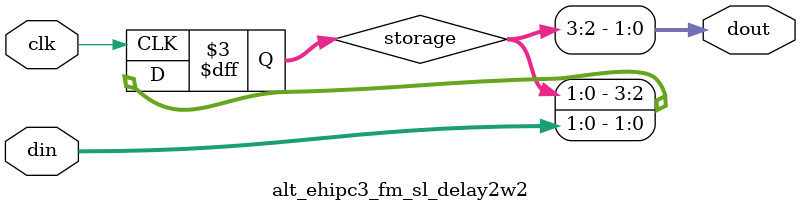
<source format=v>




`timescale 1ps/1ps


module alt_ehipc3_fm_sl_delay2w2 #(
    parameter SIM_EMULATE = 1'b0
) (
    input clk,
    input [1:0] din,
    output [1:0] dout
);

localparam WIDTH = 2;
localparam LATENCY = 2;

reg [WIDTH*LATENCY-1:0] storage = {(WIDTH*LATENCY){1'b0}} /* synthesis preserve */;
always @(posedge clk) begin
	storage <= {storage [WIDTH*(LATENCY-1)-1:0],din};
end
assign dout = storage [WIDTH*LATENCY-1:WIDTH*(LATENCY-1)];
endmodule

`ifdef QUESTA_INTEL_OEM
`pragma questa_oem_00 "iNcmQeM5R+2wXyQcrIvK9Aed2O3DNv4QGFTpmcaGURS3nf96+gCegtWg50e6rleWE64VT4+790Ghs95mog/VHoEYybDIGn5EoWfqpEPzBOW06ogVsMbRm79acU6L09a0INNw7swJhWgHQdzl07TrCbOuFN5j/YV4soVomm30RbpyPicKqaC/jMGdl00awWTRKYI/LlUWB2031x5qz4fwVbhj6DvZKYVLlQLmylj6M7u3fWAfhWz83bxegLk8DfyReWVqDePgeEmLHoqpD7NU0vgLpRC8PbL0oNpVIRdmxIYBo+6Rm5r2iICvWfAF6hAdycNa+2fM0Js0spBEW2a9lQBYZV8ZCWVnJhyzjo/ROYvv3W3GYhfADOt3+xkdCDDqrxCMBsbt0IeNDRDREs/PFrsX0MSyBa1mDU9aHKxJ94c7SKVxjGl6Ma6/ftd+FC3hC6ZJ16dFwpKG+pmL4QYKdiPftTzZveuxLzXcpZner+nJfsvzewI/F3xgId4ppxy8B1JH/rwNrrSmYpZQj2kD+wxVDw1xRLS5VpU/5Pm7cMasa4lTeV+PknacFJR+nQJIM6T0PuIvW2+eN4Y0HvhxzsxP5C4lYBEHBaLMlhHOQjUmpfuNjpJI5+YJO5RYGDX5NdbvmIYZ1eYh/NcJzapDOIOxkCquF5hKepGbbt0YKIL4oK5R0pWgdrlew1yGsgPrF+GxP6fzXzuevt0VzKYh/P8lzbJT2PiOjq6dQDUm0ns/fm2/CioccmPp6QCOJqXCMbnWahr7WY2VGKRcHnRvyhbrzTz7l2yQOnjQPtJk51yAGbIdstIs8ZaYVn4Buur5nA5OBz0AC4jb9kJw5rYgxyl8Deou8hsr+A8HKMPj65icfRvmNR61yuwObyucFdu6igcUehu1l8gLZbBfUXBKPAelnu9A+u9Z5KQpNPNrXCgKXDyZYYYWLrDuxxPWMVNfLlLeVmIRnZUQal5uzTHhE7CTh9RDeVaw8X9uPanKTpHqwfTt6pJclTbkFrUdjROJ"
`endif
</source>
